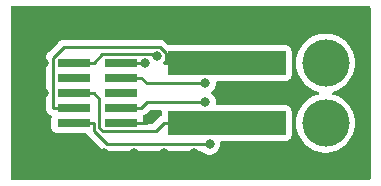
<source format=gbr>
%TF.GenerationSoftware,KiCad,Pcbnew,7.0.10*%
%TF.CreationDate,2023-12-31T17:53:47-05:00*%
%TF.ProjectId,SRX Mag Encoder to SPARK MAX,53525820-4d61-4672-9045-6e636f646572,rev?*%
%TF.SameCoordinates,Original*%
%TF.FileFunction,Copper,L1,Top*%
%TF.FilePolarity,Positive*%
%FSLAX46Y46*%
G04 Gerber Fmt 4.6, Leading zero omitted, Abs format (unit mm)*
G04 Created by KiCad (PCBNEW 7.0.10) date 2023-12-31 17:53:47*
%MOMM*%
%LPD*%
G01*
G04 APERTURE LIST*
%TA.AperFunction,SMDPad,CuDef*%
%ADD10R,2.770000X0.650000*%
%TD*%
%TA.AperFunction,SMDPad,CuDef*%
%ADD11R,10.000000X2.000000*%
%TD*%
%TA.AperFunction,ViaPad*%
%ADD12C,0.800000*%
%TD*%
%TA.AperFunction,ViaPad*%
%ADD13C,4.000000*%
%TD*%
%TA.AperFunction,Conductor*%
%ADD14C,0.250000*%
%TD*%
G04 APERTURE END LIST*
D10*
%TO.P,J1,1,Pin_1*%
%TO.N,+3.3V*%
X162560000Y-99060000D03*
%TO.P,J1,2,Pin_2*%
%TO.N,+5V*%
X166590000Y-99060000D03*
%TO.P,J1,3,Pin_3*%
%TO.N,unconnected-(J1-Pin_3-Pad3)*%
X162560000Y-100330000D03*
%TO.P,J1,4,Pin_4*%
%TO.N,FLMT*%
X166590000Y-100330000D03*
%TO.P,J1,5,Pin_5*%
%TO.N,QB*%
X162560000Y-101600000D03*
%TO.P,J1,6,Pin_6*%
%TO.N,unconnected-(J1-Pin_6-Pad6)*%
X166590000Y-101600000D03*
%TO.P,J1,7,Pin_7*%
%TO.N,QA*%
X162560000Y-102870000D03*
%TO.P,J1,8,Pin_8*%
%TO.N,RLMT*%
X166590000Y-102870000D03*
%TO.P,J1,9,Pin_9*%
%TO.N,PWM*%
X162560000Y-104140000D03*
%TO.P,J1,10,Pin_10*%
%TO.N,GND*%
X166590000Y-104140000D03*
%TD*%
D11*
%TO.P,QA,1,Pin_1*%
%TO.N,QA*%
X175514000Y-99060000D03*
%TO.P,QA,2,Pin_2*%
%TO.N,QB*%
X175514000Y-104140000D03*
%TD*%
D12*
%TO.N,GND*%
X160020000Y-99060000D03*
X160020000Y-101600000D03*
X160020000Y-104140000D03*
X180340000Y-96520000D03*
X177800000Y-96520000D03*
X175260000Y-96520000D03*
X172720000Y-96520000D03*
X170180000Y-96520000D03*
X167640000Y-96520000D03*
X165100000Y-96520000D03*
X162560000Y-96520000D03*
X160020000Y-96520000D03*
X180340000Y-106680000D03*
X177800000Y-106680000D03*
X175260000Y-106680000D03*
X172720000Y-106680000D03*
X170180000Y-106680000D03*
X167640000Y-106680000D03*
X165100000Y-106680000D03*
X162560000Y-106680000D03*
X160020000Y-106680000D03*
D13*
%TO.N,*%
X183896000Y-104140000D03*
X183896000Y-99060000D03*
D12*
%TO.N,GND*%
X169164000Y-103632000D03*
%TO.N,PWM*%
X174071800Y-105918000D03*
%TO.N,RLMT*%
X173714000Y-102370000D03*
%TO.N,FLMT*%
X173714000Y-100767500D03*
%TO.N,+5V*%
X168610900Y-99060000D03*
%TO.N,+3.3V*%
X169618100Y-98495100D03*
%TD*%
D14*
%TO.N,GND*%
X168656000Y-104140000D02*
X169164000Y-103632000D01*
X166590000Y-104140000D02*
X168656000Y-104140000D01*
%TO.N,PWM*%
X164271900Y-104779100D02*
X164271900Y-104140000D01*
X165410800Y-105918000D02*
X164271900Y-104779100D01*
X164271900Y-104140000D02*
X162560000Y-104140000D01*
X174071800Y-105918000D02*
X165410800Y-105918000D01*
%TO.N,RLMT*%
X168801900Y-102370000D02*
X173714000Y-102370000D01*
X168301900Y-102870000D02*
X168801900Y-102370000D01*
X166590000Y-102870000D02*
X168301900Y-102870000D01*
%TO.N,QA*%
X162560000Y-102870000D02*
X160848100Y-102870000D01*
X175514000Y-99060000D02*
X170187100Y-99060000D01*
X160848100Y-98599600D02*
X160848100Y-102870000D01*
X161709700Y-97738000D02*
X160848100Y-98599600D01*
X169889000Y-97738000D02*
X161709700Y-97738000D01*
X170373600Y-98222600D02*
X169889000Y-97738000D01*
X170373600Y-98826400D02*
X170373600Y-98222600D01*
X170187100Y-99012900D02*
X170373600Y-98826400D01*
X170187100Y-99060000D02*
X170187100Y-99012900D01*
%TO.N,QB*%
X164735000Y-102063100D02*
X164271900Y-101600000D01*
X164735000Y-104523500D02*
X164735000Y-102063100D01*
X165020500Y-104809000D02*
X164735000Y-104523500D01*
X169518100Y-104809000D02*
X165020500Y-104809000D01*
X170187100Y-104140000D02*
X169518100Y-104809000D01*
X162560000Y-101600000D02*
X164271900Y-101600000D01*
X175514000Y-104140000D02*
X170187100Y-104140000D01*
%TO.N,FLMT*%
X168739400Y-100767500D02*
X173714000Y-100767500D01*
X168301900Y-100330000D02*
X168739400Y-100767500D01*
X166590000Y-100330000D02*
X168301900Y-100330000D01*
%TO.N,+5V*%
X166590000Y-99060000D02*
X168610900Y-99060000D01*
%TO.N,+3.3V*%
X162560000Y-99060000D02*
X164271900Y-99060000D01*
X165003200Y-98328700D02*
X164271900Y-99060000D01*
X169451700Y-98328700D02*
X165003200Y-98328700D01*
X169618100Y-98495100D02*
X169451700Y-98328700D01*
%TD*%
%TA.AperFunction,Conductor*%
%TO.N,GND*%
G36*
X169956539Y-103015185D02*
G01*
X170002294Y-103067989D01*
X170013500Y-103119500D01*
X170013500Y-103446699D01*
X169993815Y-103513738D01*
X169943418Y-103557406D01*
X169943422Y-103557413D01*
X169943388Y-103557432D01*
X169941011Y-103559493D01*
X169938751Y-103560499D01*
X169936708Y-103561383D01*
X169919466Y-103571579D01*
X169902005Y-103580133D01*
X169883374Y-103587510D01*
X169883362Y-103587517D01*
X169848033Y-103613185D01*
X169838273Y-103619596D01*
X169800680Y-103641829D01*
X169786514Y-103655995D01*
X169771724Y-103668627D01*
X169755514Y-103680404D01*
X169755511Y-103680407D01*
X169727673Y-103714058D01*
X169719811Y-103722697D01*
X169295328Y-104147181D01*
X169234005Y-104180666D01*
X169207647Y-104183500D01*
X168599000Y-104183500D01*
X168531961Y-104163815D01*
X168486206Y-104111011D01*
X168475000Y-104059500D01*
X168475000Y-103767172D01*
X168474999Y-103767155D01*
X168468598Y-103707627D01*
X168468595Y-103707616D01*
X168436298Y-103621024D01*
X168431313Y-103551333D01*
X168464797Y-103490009D01*
X168517884Y-103458613D01*
X168552290Y-103448618D01*
X168569529Y-103438422D01*
X168587003Y-103429862D01*
X168605627Y-103422488D01*
X168605627Y-103422487D01*
X168605632Y-103422486D01*
X168640983Y-103396800D01*
X168650714Y-103390408D01*
X168688320Y-103368170D01*
X168702489Y-103353999D01*
X168717279Y-103341368D01*
X168733487Y-103329594D01*
X168761338Y-103295926D01*
X168769169Y-103287319D01*
X169024672Y-103031816D01*
X169085994Y-102998334D01*
X169112352Y-102995500D01*
X169889500Y-102995500D01*
X169956539Y-103015185D01*
G37*
%TD.AperFunction*%
%TA.AperFunction,Conductor*%
G36*
X187649039Y-94253685D02*
G01*
X187694794Y-94306489D01*
X187706000Y-94358000D01*
X187706000Y-108842000D01*
X187686315Y-108909039D01*
X187633511Y-108954794D01*
X187582000Y-108966000D01*
X157350000Y-108966000D01*
X157282961Y-108946315D01*
X157237206Y-108893511D01*
X157226000Y-108842000D01*
X157226000Y-98579795D01*
X160217940Y-98579795D01*
X160222050Y-98623274D01*
X160222600Y-98634943D01*
X160222600Y-102799152D01*
X160220405Y-102822382D01*
X160218873Y-102830414D01*
X160222355Y-102885757D01*
X160222600Y-102893543D01*
X160222600Y-102909356D01*
X160224581Y-102925037D01*
X160225313Y-102932785D01*
X160228796Y-102988138D01*
X160231322Y-102995914D01*
X160236409Y-103018672D01*
X160237434Y-103026784D01*
X160237435Y-103026790D01*
X160237436Y-103026792D01*
X160239703Y-103032517D01*
X160257853Y-103078359D01*
X160260490Y-103085685D01*
X160277632Y-103138440D01*
X160282007Y-103145333D01*
X160292603Y-103166129D01*
X160295611Y-103173726D01*
X160295613Y-103173730D01*
X160295614Y-103173732D01*
X160328221Y-103218612D01*
X160332598Y-103225053D01*
X160362313Y-103271875D01*
X160362313Y-103271876D01*
X160368264Y-103277464D01*
X160383704Y-103294978D01*
X160388503Y-103301585D01*
X160431246Y-103336945D01*
X160437078Y-103342087D01*
X160477518Y-103380062D01*
X160484678Y-103383998D01*
X160503979Y-103397114D01*
X160510277Y-103402324D01*
X160510278Y-103402324D01*
X160510279Y-103402325D01*
X160560462Y-103425939D01*
X160567405Y-103429477D01*
X160616003Y-103456195D01*
X160616005Y-103456195D01*
X160616008Y-103456197D01*
X160621305Y-103457556D01*
X160623914Y-103458227D01*
X160645856Y-103466124D01*
X160648975Y-103467591D01*
X160701262Y-103513937D01*
X160720191Y-103581193D01*
X160712382Y-103623131D01*
X160680909Y-103707515D01*
X160680909Y-103707517D01*
X160674500Y-103767127D01*
X160674500Y-103767134D01*
X160674500Y-103767135D01*
X160674500Y-104512870D01*
X160674501Y-104512876D01*
X160680908Y-104572483D01*
X160731202Y-104707328D01*
X160731206Y-104707335D01*
X160817452Y-104822544D01*
X160817455Y-104822547D01*
X160932664Y-104908793D01*
X160932671Y-104908797D01*
X161067517Y-104959091D01*
X161067516Y-104959091D01*
X161074444Y-104959835D01*
X161127127Y-104965500D01*
X163584709Y-104965499D01*
X163651748Y-104985184D01*
X163691441Y-105026378D01*
X163703479Y-105046733D01*
X163712038Y-105064203D01*
X163719414Y-105082832D01*
X163745081Y-105118160D01*
X163751493Y-105127921D01*
X163773728Y-105165517D01*
X163773733Y-105165524D01*
X163787890Y-105179680D01*
X163800528Y-105194476D01*
X163812305Y-105210686D01*
X163812306Y-105210687D01*
X163845957Y-105238525D01*
X163854598Y-105246388D01*
X164909997Y-106301788D01*
X164919822Y-106314051D01*
X164920043Y-106313869D01*
X164925011Y-106319874D01*
X164974022Y-106365899D01*
X164976821Y-106368612D01*
X164996322Y-106388114D01*
X164996326Y-106388117D01*
X164996329Y-106388120D01*
X164999502Y-106390581D01*
X165008374Y-106398159D01*
X165040218Y-106428062D01*
X165057776Y-106437714D01*
X165074033Y-106448393D01*
X165089864Y-106460673D01*
X165119603Y-106473542D01*
X165129952Y-106478021D01*
X165140441Y-106483160D01*
X165164257Y-106496252D01*
X165178708Y-106504197D01*
X165191323Y-106507435D01*
X165198105Y-106509177D01*
X165216519Y-106515481D01*
X165234904Y-106523438D01*
X165278061Y-106530273D01*
X165289456Y-106532632D01*
X165331781Y-106543500D01*
X165351816Y-106543500D01*
X165371213Y-106545026D01*
X165390996Y-106548160D01*
X165434475Y-106544050D01*
X165446144Y-106543500D01*
X173368052Y-106543500D01*
X173435091Y-106563185D01*
X173460200Y-106584526D01*
X173465926Y-106590885D01*
X173465930Y-106590889D01*
X173619065Y-106702148D01*
X173619070Y-106702151D01*
X173791992Y-106779142D01*
X173791997Y-106779144D01*
X173977154Y-106818500D01*
X173977155Y-106818500D01*
X174166444Y-106818500D01*
X174166446Y-106818500D01*
X174351603Y-106779144D01*
X174524530Y-106702151D01*
X174677671Y-106590888D01*
X174804333Y-106450216D01*
X174898979Y-106286284D01*
X174957474Y-106106256D01*
X174977260Y-105918000D01*
X174962488Y-105777457D01*
X174975057Y-105708731D01*
X175022789Y-105657707D01*
X175085809Y-105640499D01*
X180561871Y-105640499D01*
X180561872Y-105640499D01*
X180621483Y-105634091D01*
X180756331Y-105583796D01*
X180871546Y-105497546D01*
X180957796Y-105382331D01*
X181008091Y-105247483D01*
X181014500Y-105187873D01*
X181014500Y-104140005D01*
X181390556Y-104140005D01*
X181410310Y-104454004D01*
X181410311Y-104454011D01*
X181469270Y-104763083D01*
X181566497Y-105062316D01*
X181566499Y-105062321D01*
X181700461Y-105347003D01*
X181700464Y-105347009D01*
X181869051Y-105612661D01*
X181869054Y-105612665D01*
X182069606Y-105855090D01*
X182069608Y-105855092D01*
X182298968Y-106070476D01*
X182298978Y-106070484D01*
X182553504Y-106255408D01*
X182553509Y-106255410D01*
X182553516Y-106255416D01*
X182829234Y-106406994D01*
X182829239Y-106406996D01*
X182829241Y-106406997D01*
X182829242Y-106406998D01*
X183121771Y-106522818D01*
X183121774Y-106522819D01*
X183386886Y-106590888D01*
X183426527Y-106601066D01*
X183492010Y-106609338D01*
X183738670Y-106640499D01*
X183738679Y-106640499D01*
X183738682Y-106640500D01*
X183738684Y-106640500D01*
X184053316Y-106640500D01*
X184053318Y-106640500D01*
X184053321Y-106640499D01*
X184053329Y-106640499D01*
X184239593Y-106616968D01*
X184365473Y-106601066D01*
X184670225Y-106522819D01*
X184670228Y-106522818D01*
X184962757Y-106406998D01*
X184962758Y-106406997D01*
X184962756Y-106406997D01*
X184962766Y-106406994D01*
X185238484Y-106255416D01*
X185493030Y-106070478D01*
X185722390Y-105855094D01*
X185922947Y-105612663D01*
X186091537Y-105347007D01*
X186225503Y-105062315D01*
X186322731Y-104763079D01*
X186381688Y-104454015D01*
X186381689Y-104454004D01*
X186401444Y-104140005D01*
X186401444Y-104139994D01*
X186381689Y-103825995D01*
X186381688Y-103825988D01*
X186381688Y-103825985D01*
X186322731Y-103516921D01*
X186225503Y-103217685D01*
X186204819Y-103173730D01*
X186138369Y-103032516D01*
X186091537Y-102932993D01*
X185941267Y-102696204D01*
X185922948Y-102667338D01*
X185922945Y-102667334D01*
X185722393Y-102424909D01*
X185722391Y-102424907D01*
X185493031Y-102209523D01*
X185493021Y-102209515D01*
X185238495Y-102024591D01*
X185238488Y-102024586D01*
X185238484Y-102024584D01*
X184962766Y-101873006D01*
X184962763Y-101873004D01*
X184962758Y-101873002D01*
X184962757Y-101873001D01*
X184670228Y-101757181D01*
X184670225Y-101757180D01*
X184525820Y-101720104D01*
X184465782Y-101684366D01*
X184434596Y-101621842D01*
X184442164Y-101552384D01*
X184486082Y-101498043D01*
X184525820Y-101479896D01*
X184670225Y-101442819D01*
X184670228Y-101442818D01*
X184962757Y-101326998D01*
X184962758Y-101326997D01*
X184962756Y-101326997D01*
X184962766Y-101326994D01*
X185238484Y-101175416D01*
X185493030Y-100990478D01*
X185722390Y-100775094D01*
X185922947Y-100532663D01*
X186091537Y-100267007D01*
X186225503Y-99982315D01*
X186322731Y-99683079D01*
X186381688Y-99374015D01*
X186401444Y-99060000D01*
X186381688Y-98745985D01*
X186322731Y-98436921D01*
X186225503Y-98137685D01*
X186091537Y-97852993D01*
X185941267Y-97616204D01*
X185922948Y-97587338D01*
X185922945Y-97587334D01*
X185722393Y-97344909D01*
X185722391Y-97344907D01*
X185504740Y-97140518D01*
X185493030Y-97129522D01*
X185493027Y-97129520D01*
X185493021Y-97129515D01*
X185238495Y-96944591D01*
X185238488Y-96944586D01*
X185238484Y-96944584D01*
X184962766Y-96793006D01*
X184962763Y-96793004D01*
X184962758Y-96793002D01*
X184962757Y-96793001D01*
X184670228Y-96677181D01*
X184670225Y-96677180D01*
X184365476Y-96598934D01*
X184365463Y-96598932D01*
X184053329Y-96559500D01*
X184053318Y-96559500D01*
X183738682Y-96559500D01*
X183738670Y-96559500D01*
X183426536Y-96598932D01*
X183426523Y-96598934D01*
X183121774Y-96677180D01*
X183121771Y-96677181D01*
X182829242Y-96793001D01*
X182829241Y-96793002D01*
X182553516Y-96944584D01*
X182553504Y-96944591D01*
X182298978Y-97129515D01*
X182298968Y-97129523D01*
X182069608Y-97344907D01*
X182069606Y-97344909D01*
X181869054Y-97587334D01*
X181869051Y-97587338D01*
X181700464Y-97852990D01*
X181700461Y-97852996D01*
X181566499Y-98137678D01*
X181566497Y-98137683D01*
X181469270Y-98436916D01*
X181410311Y-98745988D01*
X181410310Y-98745995D01*
X181390556Y-99059994D01*
X181390556Y-99060005D01*
X181410310Y-99374004D01*
X181410311Y-99374011D01*
X181431479Y-99484978D01*
X181469198Y-99682709D01*
X181469270Y-99683083D01*
X181566497Y-99982316D01*
X181566499Y-99982321D01*
X181700461Y-100267003D01*
X181700464Y-100267009D01*
X181869051Y-100532661D01*
X181869054Y-100532665D01*
X182069606Y-100775090D01*
X182069608Y-100775092D01*
X182298968Y-100990476D01*
X182298978Y-100990484D01*
X182553504Y-101175408D01*
X182553509Y-101175410D01*
X182553516Y-101175416D01*
X182829234Y-101326994D01*
X182829239Y-101326996D01*
X182829241Y-101326997D01*
X182829242Y-101326998D01*
X183045665Y-101412685D01*
X183121775Y-101442819D01*
X183247781Y-101475171D01*
X183266180Y-101479896D01*
X183326218Y-101515634D01*
X183357403Y-101578158D01*
X183349835Y-101647616D01*
X183305916Y-101701957D01*
X183266180Y-101720104D01*
X183121770Y-101757182D01*
X182829242Y-101873001D01*
X182829241Y-101873002D01*
X182553516Y-102024584D01*
X182553504Y-102024591D01*
X182298978Y-102209515D01*
X182298968Y-102209523D01*
X182069608Y-102424907D01*
X182069606Y-102424909D01*
X181869054Y-102667334D01*
X181869051Y-102667338D01*
X181700464Y-102932990D01*
X181700461Y-102932996D01*
X181566499Y-103217678D01*
X181566497Y-103217683D01*
X181469270Y-103516916D01*
X181410311Y-103825988D01*
X181410310Y-103825995D01*
X181390556Y-104139994D01*
X181390556Y-104140005D01*
X181014500Y-104140005D01*
X181014499Y-103092128D01*
X181008091Y-103032517D01*
X181007830Y-103031818D01*
X180957797Y-102897671D01*
X180957793Y-102897664D01*
X180871547Y-102782455D01*
X180871544Y-102782452D01*
X180756335Y-102696206D01*
X180756328Y-102696202D01*
X180621482Y-102645908D01*
X180621483Y-102645908D01*
X180561883Y-102639501D01*
X180561881Y-102639500D01*
X180561873Y-102639500D01*
X180561865Y-102639500D01*
X174728850Y-102639500D01*
X174661811Y-102619815D01*
X174616056Y-102567011D01*
X174605529Y-102502541D01*
X174619460Y-102370000D01*
X174599674Y-102181744D01*
X174541179Y-102001716D01*
X174446533Y-101837784D01*
X174319871Y-101697112D01*
X174281270Y-101669067D01*
X174238605Y-101613739D01*
X174232626Y-101544126D01*
X174265231Y-101482331D01*
X174281266Y-101468435D01*
X174319871Y-101440388D01*
X174446533Y-101299716D01*
X174541179Y-101135784D01*
X174599674Y-100955756D01*
X174619460Y-100767500D01*
X174612098Y-100697458D01*
X174624667Y-100628731D01*
X174672399Y-100577707D01*
X174735419Y-100560499D01*
X180561871Y-100560499D01*
X180561872Y-100560499D01*
X180621483Y-100554091D01*
X180756331Y-100503796D01*
X180871546Y-100417546D01*
X180957796Y-100302331D01*
X181008091Y-100167483D01*
X181014500Y-100107873D01*
X181014499Y-98012128D01*
X181008091Y-97952517D01*
X180957796Y-97817669D01*
X180957795Y-97817668D01*
X180957793Y-97817664D01*
X180871547Y-97702455D01*
X180871544Y-97702452D01*
X180756335Y-97616206D01*
X180756328Y-97616202D01*
X180621482Y-97565908D01*
X180621483Y-97565908D01*
X180561883Y-97559501D01*
X180561881Y-97559500D01*
X180561873Y-97559500D01*
X180561865Y-97559500D01*
X170646453Y-97559500D01*
X170579414Y-97539815D01*
X170558776Y-97523185D01*
X170389801Y-97354211D01*
X170379981Y-97341952D01*
X170379760Y-97342136D01*
X170374784Y-97336121D01*
X170325776Y-97290099D01*
X170322977Y-97287386D01*
X170303477Y-97267885D01*
X170303471Y-97267880D01*
X170300286Y-97265409D01*
X170291434Y-97257848D01*
X170259582Y-97227938D01*
X170259580Y-97227936D01*
X170259577Y-97227935D01*
X170242029Y-97218288D01*
X170225763Y-97207604D01*
X170209932Y-97195324D01*
X170169849Y-97177978D01*
X170159363Y-97172841D01*
X170121094Y-97151803D01*
X170121092Y-97151802D01*
X170101693Y-97146822D01*
X170083281Y-97140518D01*
X170064898Y-97132562D01*
X170064892Y-97132560D01*
X170021760Y-97125729D01*
X170010322Y-97123361D01*
X169968020Y-97112500D01*
X169968019Y-97112500D01*
X169947984Y-97112500D01*
X169928586Y-97110973D01*
X169921162Y-97109797D01*
X169908805Y-97107840D01*
X169908804Y-97107840D01*
X169865325Y-97111950D01*
X169853656Y-97112500D01*
X161792437Y-97112500D01*
X161776820Y-97110776D01*
X161776793Y-97111062D01*
X161769031Y-97110327D01*
X161701844Y-97112439D01*
X161697950Y-97112500D01*
X161670350Y-97112500D01*
X161666662Y-97112965D01*
X161666349Y-97113005D01*
X161654731Y-97113918D01*
X161611072Y-97115290D01*
X161611069Y-97115291D01*
X161591826Y-97120881D01*
X161572783Y-97124825D01*
X161552904Y-97127336D01*
X161552903Y-97127337D01*
X161512293Y-97143415D01*
X161501248Y-97147197D01*
X161459308Y-97159383D01*
X161459304Y-97159385D01*
X161442065Y-97169580D01*
X161424598Y-97178137D01*
X161405969Y-97185512D01*
X161405967Y-97185514D01*
X161370626Y-97211189D01*
X161360868Y-97217599D01*
X161323280Y-97239828D01*
X161309108Y-97254000D01*
X161294323Y-97266628D01*
X161278112Y-97278407D01*
X161250271Y-97312059D01*
X161242411Y-97320696D01*
X160464308Y-98098799D01*
X160452051Y-98108620D01*
X160452234Y-98108841D01*
X160446222Y-98113814D01*
X160400198Y-98162823D01*
X160397491Y-98165616D01*
X160377989Y-98185117D01*
X160377975Y-98185134D01*
X160375507Y-98188315D01*
X160367943Y-98197170D01*
X160338037Y-98229018D01*
X160338036Y-98229020D01*
X160328384Y-98246576D01*
X160317710Y-98262826D01*
X160305429Y-98278661D01*
X160305424Y-98278668D01*
X160288075Y-98318758D01*
X160282938Y-98329244D01*
X160261903Y-98367506D01*
X160256922Y-98386907D01*
X160250621Y-98405310D01*
X160242662Y-98423702D01*
X160242661Y-98423705D01*
X160235828Y-98466843D01*
X160233460Y-98478274D01*
X160222601Y-98520571D01*
X160222600Y-98520582D01*
X160222600Y-98540616D01*
X160221073Y-98560015D01*
X160217940Y-98579794D01*
X160217940Y-98579795D01*
X157226000Y-98579795D01*
X157226000Y-94358000D01*
X157245685Y-94290961D01*
X157298489Y-94245206D01*
X157350000Y-94234000D01*
X187582000Y-94234000D01*
X187649039Y-94253685D01*
G37*
%TD.AperFunction*%
%TD*%
M02*

</source>
